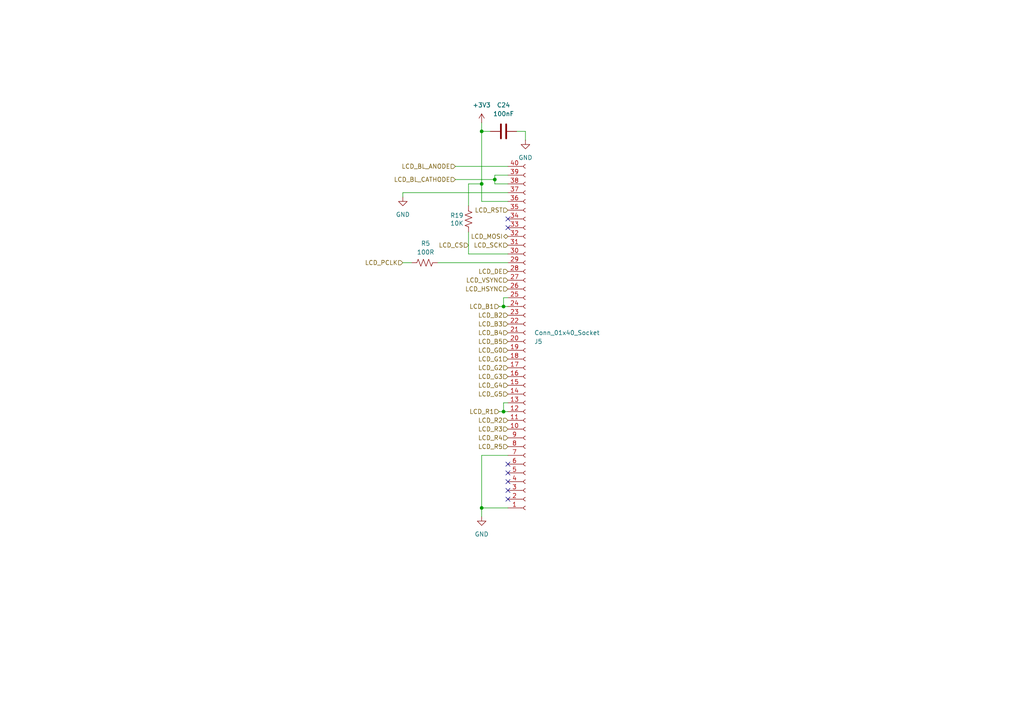
<source format=kicad_sch>
(kicad_sch (version 20231120) (generator "eeschema") (generator_version "8.0")
  (paper "A4")
  (lib_symbols
    (symbol "Connector:Conn_01x40_Socket" (pin_names (offset 1.016) hide)
      (property "Reference" "J5" (at 2.54 -1.2701 0))
      (property "Value" "Conn_01x40_Socket" (at 2.54 1.2699 0))
      (symbol "Conn_01x40_Socket_1_1"
        (arc (start 0 -49.022) (mid -0.5058 -49.53) (end 0 -50.038) (stroke (width 0.1524)))
        (arc (start 0 -46.482) (mid -0.5058 -46.99) (end 0 -47.498) (stroke (width 0.1524)))
        (arc (start 0 -43.942) (mid -0.5058 -44.45) (end 0 -44.958) (stroke (width 0.1524)))
        (arc (start 0 -41.402) (mid -0.5058 -41.91) (end 0 -42.418) (stroke (width 0.1524)))
        (arc (start 0 -38.862) (mid -0.5058 -39.37) (end 0 -39.878) (stroke (width 0.1524)))
        (arc (start 0 -36.322) (mid -0.5058 -36.83) (end 0 -37.338) (stroke (width 0.1524)))
        (arc (start 0 -33.782) (mid -0.5058 -34.29) (end 0 -34.798) (stroke (width 0.1524)))
        (arc (start 0 -31.242) (mid -0.5058 -31.75) (end 0 -32.258) (stroke (width 0.1524)))
        (arc (start 0 -28.702) (mid -0.5058 -29.21) (end 0 -29.718) (stroke (width 0.1524)))
        (arc (start 0 -26.162) (mid -0.5058 -26.67) (end 0 -27.178) (stroke (width 0.1524)))
        (arc (start 0 -23.622) (mid -0.5058 -24.13) (end 0 -24.638) (stroke (width 0.1524)))
        (arc (start 0 -21.082) (mid -0.5058 -21.59) (end 0 -22.098) (stroke (width 0.1524)))
        (arc (start 0 -18.542) (mid -0.5058 -19.05) (end 0 -19.558) (stroke (width 0.1524)))
        (arc (start 0 -16.002) (mid -0.5058 -16.51) (end 0 -17.018) (stroke (width 0.1524)))
        (arc (start 0 -13.462) (mid -0.5058 -13.97) (end 0 -14.478) (stroke (width 0.1524)))
        (arc (start 0 -10.922) (mid -0.5058 -11.43) (end 0 -11.938) (stroke (width 0.1524)))
        (arc (start 0 -8.382) (mid -0.5058 -8.89) (end 0 -9.398) (stroke (width 0.1524)))
        (arc (start 0 -5.842) (mid -0.5058 -6.35) (end 0 -6.858) (stroke (width 0.1524)))
        (arc (start 0 -3.302) (mid -0.5058 -3.81) (end 0 -4.318) (stroke (width 0.1524)))
        (arc (start 0 -0.762) (mid -0.5058 -1.27) (end 0 -1.778) (stroke (width 0.1524)))
        (polyline (pts (xy -1.27 -49.53) (xy -0.508 -49.53)) (stroke (width 0.1524)))
        (polyline (pts (xy -1.27 -46.99) (xy -0.508 -46.99)) (stroke (width 0.1524)))
        (polyline (pts (xy -1.27 -44.45) (xy -0.508 -44.45)) (stroke (width 0.1524)))
        (polyline (pts (xy -1.27 -41.91) (xy -0.508 -41.91)) (stroke (width 0.1524)))
        (polyline (pts (xy -1.27 -39.37) (xy -0.508 -39.37)) (stroke (width 0.1524)))
        (polyline (pts (xy -1.27 -36.83) (xy -0.508 -36.83)) (stroke (width 0.1524)))
        (polyline (pts (xy -1.27 -34.29) (xy -0.508 -34.29)) (stroke (width 0.1524)))
        (polyline (pts (xy -1.27 -31.75) (xy -0.508 -31.75)) (stroke (width 0.1524)))
        (polyline (pts (xy -1.27 -29.21) (xy -0.508 -29.21)) (stroke (width 0.1524)))
        (polyline (pts (xy -1.27 -26.67) (xy -0.508 -26.67)) (stroke (width 0.1524)))
        (polyline (pts (xy -1.27 -24.13) (xy -0.508 -24.13)) (stroke (width 0.1524)))
        (polyline (pts (xy -1.27 -21.59) (xy -0.508 -21.59)) (stroke (width 0.1524)))
        (polyline (pts (xy -1.27 -19.05) (xy -0.508 -19.05)) (stroke (width 0.1524)))
        (polyline (pts (xy -1.27 -16.51) (xy -0.508 -16.51)) (stroke (width 0.1524)))
        (polyline (pts (xy -1.27 -13.97) (xy -0.508 -13.97)) (stroke (width 0.1524)))
        (polyline (pts (xy -1.27 -11.43) (xy -0.508 -11.43)) (stroke (width 0.1524)))
        (polyline (pts (xy -1.27 -8.89) (xy -0.508 -8.89)) (stroke (width 0.1524)))
        (polyline (pts (xy -1.27 -6.35) (xy -0.508 -6.35)) (stroke (width 0.1524)))
        (polyline (pts (xy -1.27 -3.81) (xy -0.508 -3.81)) (stroke (width 0.1524)))
        (polyline (pts (xy -1.27 -1.27) (xy -0.508 -1.27)) (stroke (width 0.1524)))
        (polyline (pts (xy -1.27 1.27) (xy -0.508 1.27)) (stroke (width 0.1524)))
        (polyline (pts (xy -1.27 3.81) (xy -0.508 3.81)) (stroke (width 0.1524)))
        (polyline (pts (xy -1.27 6.35) (xy -0.508 6.35)) (stroke (width 0.1524)))
        (polyline (pts (xy -1.27 8.89) (xy -0.508 8.89)) (stroke (width 0.1524)))
        (polyline (pts (xy -1.27 11.43) (xy -0.508 11.43)) (stroke (width 0.1524)))
        (polyline (pts (xy -1.27 13.97) (xy -0.508 13.97)) (stroke (width 0.1524)))
        (polyline (pts (xy -1.27 16.51) (xy -0.508 16.51)) (stroke (width 0.1524)))
        (polyline (pts (xy -1.27 19.05) (xy -0.508 19.05)) (stroke (width 0.1524)))
        (polyline (pts (xy -1.27 21.59) (xy -0.508 21.59)) (stroke (width 0.1524)))
        (polyline (pts (xy -1.27 24.13) (xy -0.508 24.13)) (stroke (width 0.1524)))
        (polyline (pts (xy -1.27 26.67) (xy -0.508 26.67)) (stroke (width 0.1524)))
        (polyline (pts (xy -1.27 29.21) (xy -0.508 29.21)) (stroke (width 0.1524)))
        (polyline (pts (xy -1.27 31.75) (xy -0.508 31.75)) (stroke (width 0.1524)))
        (polyline (pts (xy -1.27 34.29) (xy -0.508 34.29)) (stroke (width 0.1524)))
        (polyline (pts (xy -1.27 36.83) (xy -0.508 36.83)) (stroke (width 0.1524)))
        (polyline (pts (xy -1.27 39.37) (xy -0.508 39.37)) (stroke (width 0.1524)))
        (polyline (pts (xy -1.27 41.91) (xy -0.508 41.91)) (stroke (width 0.1524)))
        (polyline (pts (xy -1.27 44.45) (xy -0.508 44.45)) (stroke (width 0.1524)))
        (polyline (pts (xy -1.27 46.99) (xy -0.508 46.99)) (stroke (width 0.1524)))
        (polyline (pts (xy -1.27 49.53) (xy -0.508 49.53)) (stroke (width 0.1524)))
        (arc (start 0 1.778) (mid -0.5058 1.27) (end 0 0.762) (stroke (width 0.1524)))
        (arc (start 0 4.318) (mid -0.5058 3.81) (end 0 3.302) (stroke (width 0.1524)))
        (arc (start 0 6.858) (mid -0.5058 6.35) (end 0 5.842) (stroke (width 0.1524)))
        (arc (start 0 9.398) (mid -0.5058 8.89) (end 0 8.382) (stroke (width 0.1524)))
        (arc (start 0 11.938) (mid -0.5058 11.43) (end 0 10.922) (stroke (width 0.1524)))
        (arc (start 0 14.478) (mid -0.5058 13.97) (end 0 13.462) (stroke (width 0.1524)))
        (arc (start 0 17.018) (mid -0.5058 16.51) (end 0 16.002) (stroke (width 0.1524)))
        (arc (start 0 19.558) (mid -0.5058 19.05) (end 0 18.542) (stroke (width 0.1524)))
        (arc (start 0 22.098) (mid -0.5058 21.59) (end 0 21.082) (stroke (width 0.1524)))
        (arc (start 0 24.638) (mid -0.5058 24.13) (end 0 23.622) (stroke (width 0.1524)))
        (arc (start 0 27.178) (mid -0.5058 26.67) (end 0 26.162) (stroke (width 0.1524)))
        (arc (start 0 29.718) (mid -0.5058 29.21) (end 0 28.702) (stroke (width 0.1524)))
        (arc (start 0 32.258) (mid -0.5058 31.75) (end 0 31.242) (stroke (width 0.1524)))
        (arc (start 0 34.798) (mid -0.5058 34.29) (end 0 33.782) (stroke (width 0.1524)))
        (arc (start 0 37.338) (mid -0.5058 36.83) (end 0 36.322) (stroke (width 0.1524)))
        (arc (start 0 39.878) (mid -0.5058 39.37) (end 0 38.862) (stroke (width 0.1524)))
        (arc (start 0 42.418) (mid -0.5058 41.91) (end 0 41.402) (stroke (width 0.1524)))
        (arc (start 0 44.958) (mid -0.5058 44.45) (end 0 43.942) (stroke (width 0.1524)))
        (arc (start 0 47.498) (mid -0.5058 46.99) (end 0 46.482) (stroke (width 0.1524)))
        (arc (start 0 50.038) (mid -0.5058 49.53) (end 0 49.022) (stroke (width 0.1524)))
        (pin passive line (at -5.08 -49.53 0) (length 3.81) (name "Pin_1") (number "1"))
        (pin passive line (at -5.08 -26.67 0) (length 3.81) (name "Pin_10") (number "10"))
        (pin passive line (at -5.08 -24.13 0) (length 3.81) (name "Pin_11") (number "11"))
        (pin passive line (at -5.08 -21.59 0) (length 3.81) (name "Pin_12") (number "12"))
        (pin passive line (at -5.08 -19.05 0) (length 3.81) (name "Pin_13") (number "13"))
        (pin passive line (at -5.08 -16.51 0) (length 3.81) (name "Pin_14") (number "14"))
        (pin passive line (at -5.08 -13.97 0) (length 3.81) (name "Pin_15") (number "15"))
        (pin passive line (at -5.08 -11.43 0) (length 3.81) (name "Pin_16") (number "16"))
        (pin passive line (at -5.08 -8.89 0) (length 3.81) (name "Pin_17") (number "17"))
        (pin passive line (at -5.08 -6.35 0) (length 3.81) (name "Pin_18") (number "18"))
        (pin passive line (at -5.08 -3.81 0) (length 3.81) (name "Pin_19") (number "19"))
        (pin passive line (at -5.08 -46.99 0) (length 3.81) (name "Pin_2") (number "2"))
        (pin passive line (at -5.08 -1.27 0) (length 3.81) (name "Pin_20") (number "20"))
        (pin passive line (at -5.08 1.27 0) (length 3.81) (name "Pin_21") (number "21"))
        (pin passive line (at -5.08 3.81 0) (length 3.81) (name "Pin_22") (number "22"))
        (pin passive line (at -5.08 6.35 0) (length 3.81) (name "Pin_23") (number "23"))
        (pin passive line (at -5.08 8.89 0) (length 3.81) (name "Pin_24") (number "24"))
        (pin passive line (at -5.08 11.43 0) (length 3.81) (name "Pin_25") (number "25"))
        (pin passive line (at -5.08 13.97 0) (length 3.81) (name "Pin_26") (number "26"))
        (pin passive line (at -5.08 16.51 0) (length 3.81) (name "Pin_27") (number "27"))
        (pin passive line (at -5.08 19.05 0) (length 3.81) (name "Pin_28") (number "28"))
        (pin passive line (at -5.08 21.59 0) (length 3.81) (name "Pin_29") (number "29"))
        (pin passive line (at -5.08 -44.45 0) (length 3.81) (name "Pin_3") (number "3"))
        (pin passive line (at -5.08 24.13 0) (length 3.81) (name "Pin_30") (number "30"))
        (pin passive line (at -5.08 26.67 0) (length 3.81) (name "Pin_31") (number "31"))
        (pin passive line (at -5.08 29.21 0) (length 3.81) (name "Pin_32") (number "32"))
        (pin passive line (at -5.08 31.75 0) (length 3.81) (name "Pin_33") (number "33"))
        (pin passive line (at -5.08 34.29 0) (length 3.81) (name "Pin_34") (number "34"))
        (pin passive line (at -5.08 36.83 0) (length 3.81) (name "Pin_35") (number "35"))
        (pin passive line (at -5.08 39.37 0) (length 3.81) (name "Pin_36") (number "36"))
        (pin passive line (at -5.08 41.91 0) (length 3.81) (name "Pin_37") (number "37"))
        (pin passive line (at -5.08 44.45 0) (length 3.81) (name "Pin_38") (number "38"))
        (pin passive line (at -5.08 46.99 0) (length 3.81) (name "Pin_39") (number "39"))
        (pin passive line (at -5.08 -41.91 0) (length 3.81) (name "Pin_4") (number "4"))
        (pin passive line (at -5.08 49.53 0) (length 3.81) (name "Pin_40") (number "40"))
        (pin passive line (at -5.08 -39.37 0) (length 3.81) (name "Pin_5") (number "5"))
        (pin passive line (at -5.08 -36.83 0) (length 3.81) (name "Pin_6") (number "6"))
        (pin passive line (at -5.08 -34.29 0) (length 3.81) (name "Pin_7") (number "7"))
        (pin passive line (at -5.08 -31.75 0) (length 3.81) (name "Pin_8") (number "8"))
        (pin passive line (at -5.08 -29.21 0) (length 3.81) (name "Pin_9") (number "9"))
      )
    )
    (symbol "Device:C" (pin_numbers hide) (pin_names (offset 0.254))
      (property "Reference" "C" (at 0.635 2.54 0))
      (property "Value" "C" (at 0.635 -2.54 0))
      (symbol "C_0_1"
        (polyline (pts (xy -2.032 -0.762) (xy 2.032 -0.762)) (stroke (width 0.508)))
        (polyline (pts (xy -2.032 0.762) (xy 2.032 0.762)) (stroke (width 0.508)))
      )
      (symbol "C_1_1"
        (pin passive line (at 0 3.81 270) (length 2.794) (name "~") (number "1"))
        (pin passive line (at 0 -3.81 90) (length 2.794) (name "~") (number "2"))
      )
    )
    (symbol "Device:R_US" (pin_numbers hide) (pin_names (offset 0))
      (property "Reference" "R" (at 2.54 0 90))
      (property "Value" "R_US" (at -2.54 0 90))
      (symbol "R_US_0_1"
        (polyline (pts (xy 0 -2.286) (xy 0 -2.54)))
        (polyline (pts (xy 0 2.286) (xy 0 2.54)))
        (polyline (pts (xy 0 -0.762) (xy 1.016 -1.143) (xy 0 -1.524) (xy -1.016 -1.905) (xy 0 -2.286)))
        (polyline (pts (xy 0 0.762) (xy 1.016 0.381) (xy 0 0) (xy -1.016 -0.381) (xy 0 -0.762)))
        (polyline (pts (xy 0 2.286) (xy 1.016 1.905) (xy 0 1.524) (xy -1.016 1.143) (xy 0 0.762)))
      )
      (symbol "R_US_1_1"
        (pin passive line (at 0 3.81 270) (length 1.27) (name "~") (number "1"))
        (pin passive line (at 0 -3.81 90) (length 1.27) (name "~") (number "2"))
      )
    )
    (symbol "power:GND" (power) (pin_numbers hide) (pin_names (offset 0) hide)
      (property "Value" "GND" (at 0 -3.81 0))
      (symbol "GND_0_1"
        (polyline (pts (xy 0 0) (xy 0 -1.27) (xy 1.27 -1.27) (xy 0 -2.54) (xy -1.27 -1.27) (xy 0 -1.27)))
      )
      (symbol "GND_1_1"
        (pin power_in line (at 0 0 270) (length 0) (name "~") (number "1"))
      )
    )
    (symbol "power:VDD" (power) (pin_numbers hide) (pin_names (offset 0) hide)
      (property "Value" "VDD" (at 0 3.556 0))
      (symbol "VDD_0_1"
        (polyline (pts (xy -0.762 1.27) (xy 0 2.54)))
        (polyline (pts (xy 0 0) (xy 0 2.54)))
        (polyline (pts (xy 0 2.54) (xy 0.762 1.27)))
      )
      (symbol "VDD_1_1"
        (pin power_in line (at 0 0 90) (length 0) (name "~") (number "1"))
      )
    )
  )
  (junction (at 139.7 147.32))
  (junction (at 139.7 38.1))
  (junction (at 143.51 52.07))
  (junction (at 139.7 53.34))
  (junction (at 146.05 88.9))
  (junction (at 146.05 119.38))
  (no_connect (at 147.32 142.24))
  (no_connect (at 147.32 66.04))
  (no_connect (at 147.32 134.62))
  (no_connect (at 147.32 137.16))
  (no_connect (at 147.32 139.7))
  (no_connect (at 147.32 63.5))
  (no_connect (at 147.32 144.78))
  (wire (pts (xy 152.4 38.1) (xy 152.4 40.64)))
  (wire (pts (xy 147.32 116.84) (xy 146.05 116.84)))
  (wire (pts (xy 116.84 57.15) (xy 116.84 55.88)))
  (wire (pts (xy 143.51 52.07) (xy 143.51 53.34)))
  (wire (pts (xy 144.78 88.9) (xy 146.05 88.9)))
  (wire (pts (xy 139.7 147.32) (xy 139.7 149.86)))
  (wire (pts (xy 146.05 86.36) (xy 146.05 88.9)))
  (wire (pts (xy 139.7 35.56) (xy 139.7 38.1)))
  (wire (pts (xy 116.84 76.2) (xy 119.38 76.2)))
  (wire (pts (xy 144.78 119.38) (xy 146.05 119.38)))
  (wire (pts (xy 143.51 50.8) (xy 143.51 52.07)))
  (wire (pts (xy 147.32 147.32) (xy 139.7 147.32)))
  (wire (pts (xy 147.32 132.08) (xy 139.7 132.08)))
  (wire (pts (xy 149.86 38.1) (xy 152.4 38.1)))
  (wire (pts (xy 146.05 119.38) (xy 147.32 119.38)))
  (wire (pts (xy 139.7 38.1) (xy 139.7 53.34)))
  (wire (pts (xy 147.32 73.66) (xy 135.89 73.66)))
  (wire (pts (xy 147.32 53.34) (xy 143.51 53.34)))
  (wire (pts (xy 139.7 132.08) (xy 139.7 147.32)))
  (wire (pts (xy 147.32 58.42) (xy 139.7 58.42)))
  (wire (pts (xy 116.84 55.88) (xy 147.32 55.88)))
  (wire (pts (xy 132.08 48.26) (xy 147.32 48.26)))
  (wire (pts (xy 135.89 73.66) (xy 135.89 67.31)))
  (wire (pts (xy 135.89 59.69) (xy 135.89 53.34)))
  (wire (pts (xy 139.7 53.34) (xy 139.7 58.42)))
  (wire (pts (xy 142.24 38.1) (xy 139.7 38.1)))
  (wire (pts (xy 135.89 53.34) (xy 139.7 53.34)))
  (wire (pts (xy 132.08 52.07) (xy 143.51 52.07)))
  (wire (pts (xy 143.51 50.8) (xy 147.32 50.8)))
  (wire (pts (xy 146.05 116.84) (xy 146.05 119.38)))
  (wire (pts (xy 147.32 86.36) (xy 146.05 86.36)))
  (wire (pts (xy 146.05 88.9) (xy 147.32 88.9)))
  (wire (pts (xy 127 76.2) (xy 147.32 76.2)))
  (hierarchical_label "LCD_SCK" (shape input) (at 147.32 71.12 180))
  (hierarchical_label "LCD_G0" (shape input) (at 147.32 101.6 180))
  (hierarchical_label "LCD_R2" (shape input) (at 147.32 121.92 180))
  (hierarchical_label "LCD_BL_ANODE" (shape input) (at 132.08 48.26 180))
  (hierarchical_label "LCD_G1" (shape input) (at 147.32 104.14 180))
  (hierarchical_label "LCD_G5" (shape input) (at 147.32 114.3 180))
  (hierarchical_label "LCD_R4" (shape input) (at 147.32 127 180))
  (hierarchical_label "LCD_CS" (shape input) (at 135.89 71.12 180))
  (hierarchical_label "LCD_R5" (shape input) (at 147.32 129.54 180))
  (hierarchical_label "LCD_BL_CATHODE" (shape input) (at 132.08 52.07 180))
  (hierarchical_label "LCD_B5" (shape input) (at 147.32 99.06 180))
  (hierarchical_label "LCD_RST" (shape input) (at 147.32 60.96 180))
  (hierarchical_label "LCD_G3" (shape input) (at 147.32 109.22 180))
  (hierarchical_label "LCD_R3" (shape input) (at 147.32 124.46 180))
  (hierarchical_label "LCD_G2" (shape input) (at 147.32 106.68 180))
  (hierarchical_label "LCD_B2" (shape input) (at 147.32 91.44 180))
  (hierarchical_label "LCD_HSYNC" (shape input) (at 147.32 83.82 180))
  (hierarchical_label "LCD_G4" (shape input) (at 147.32 111.76 180))
  (hierarchical_label "LCD_VSYNC" (shape input) (at 147.32 81.28 180))
  (hierarchical_label "LCD_MOSI" (shape bidirectional) (at 147.32 68.58 180))
  (hierarchical_label "LCD_B4" (shape input) (at 147.32 96.52 180))
  (hierarchical_label "LCD_B1" (shape input) (at 144.78 88.9 180))
  (hierarchical_label "LCD_DE" (shape input) (at 147.32 78.74 180))
  (hierarchical_label "LCD_PCLK" (shape input) (at 116.84 76.2 180))
  (hierarchical_label "LCD_R1" (shape input) (at 144.78 119.38 180))
  (hierarchical_label "LCD_B3" (shape input) (at 147.32 93.98 180))
  (symbol (lib_id "power:GND") (at 116.84 57.15 0) (unit 1)
    (property "Reference" "#PWR071" (effects (hide yes)))
    (property "Value" "GND" (at 116.84 62.23 0))
    (property "Description" "Power symbol creates a global label with name \"GND\" , ground" (effects (hide yes)))
  )
  (symbol (lib_id "power:VDD") (at 139.7 35.56 0) (unit 1)
    (property "Reference" "#PWR072" (effects (hide yes)))
    (property "Value" "+3V3" (at 139.7 30.48 0))
    (property "Description" "Power symbol creates a global label with name \"VDD\"" (effects (hide yes)))
  )
  (symbol (lib_id "Connector:Conn_01x40_Socket") (at 152.4 97.79 0) (unit 1)
    (property "Reference" "J5" (at 154.94 99.0601 0) (effects (justify left)))
    (property "Value" "Conn_01x40_Socket" (at 154.94 96.5201 0) (effects (justify left)))
    (property "Footprint" "Connector_FFC-FPC:Hirose_FH12-40S-0.5SH_1x40-1MP_P0.50mm_Horizontal" (effects (hide yes)))
    (property "Description" "Generic connector, single row, 01x40, script generated" (effects (hide yes)))
  )
  (symbol (lib_id "power:GND") (at 152.4 40.64 0) (unit 1)
    (property "Reference" "#PWR015" (effects (hide yes)))
    (property "Value" "GND" (at 152.4 45.72 0))
    (property "Description" "Power symbol creates a global label with name \"GND\" , ground" (effects (hide yes)))
  )
  (symbol (lib_id "Device:R_US") (at 123.19 76.2 90) (unit 1)
    (property "Reference" "R5" (at 123.444 70.612 90))
    (property "Value" "100R" (at 123.444 73.152 90))
    (property "Footprint" "Resistor_SMD:R_0402_1005Metric" (effects (hide yes)))
    (property "Description" "Resistor, US symbol" (effects (hide yes)))
  )
  (symbol (lib_id "Device:R_US") (at 135.89 63.5 180) (unit 1)
    (property "Reference" "R19" (at 130.556 62.484 0) (effects (justify right)))
    (property "Value" "10K" (at 130.556 64.77 0) (effects (justify right)))
    (property "Footprint" "Resistor_SMD:R_0402_1005Metric" (effects (hide yes)))
    (property "Description" "Resistor, US symbol" (effects (hide yes)))
  )
  (symbol (lib_id "Device:C") (at 146.05 38.1 90) (unit 1)
    (property "Reference" "C24" (at 146.05 30.48 90))
    (property "Value" "100nF" (at 146.05 33.02 90))
    (property "Footprint" "Capacitor_SMD:C_0402_1005Metric" (effects (hide yes)))
    (property "Description" "Unpolarized capacitor" (effects (hide yes)))
  )
  (symbol (lib_id "power:GND") (at 139.7 149.86 0) (unit 1)
    (property "Reference" "#PWR073" (effects (hide yes)))
    (property "Value" "GND" (at 139.7 154.94 0))
    (property "Description" "Power symbol creates a global label with name \"GND\" , ground" (effects (hide yes)))
  )
)
</source>
